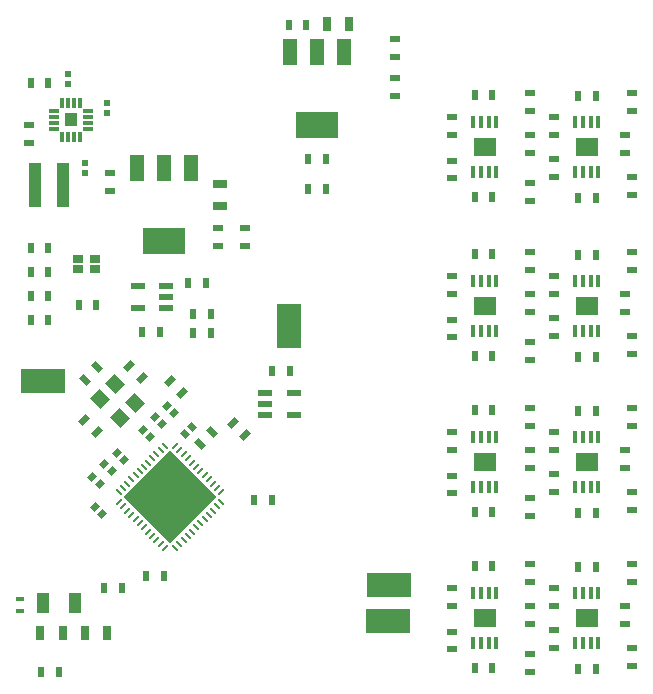
<source format=gtp>
G04*
G04 #@! TF.GenerationSoftware,Altium Limited,Altium Designer,19.1.9 (167)*
G04*
G04 Layer_Color=11511158*
%FSLAX25Y25*%
%MOIN*%
G70*
G01*
G75*
%ADD19R,0.03543X0.01968*%
%ADD20R,0.01968X0.03543*%
%ADD21R,0.03000X0.01800*%
%ADD22R,0.02756X0.05118*%
%ADD23R,0.04488X0.07008*%
%ADD24R,0.01500X0.04400*%
%ADD25R,0.14173X0.08661*%
%ADD26R,0.04800X0.08800*%
G04:AMPARAMS|DCode=27|XSize=23.23mil|YSize=24.8mil|CornerRadius=0mil|HoleSize=0mil|Usage=FLASHONLY|Rotation=135.000|XOffset=0mil|YOffset=0mil|HoleType=Round|Shape=Rectangle|*
%AMROTATEDRECTD27*
4,1,4,0.01698,0.00056,-0.00056,-0.01698,-0.01698,-0.00056,0.00056,0.01698,0.01698,0.00056,0.0*
%
%ADD27ROTATEDRECTD27*%

G04:AMPARAMS|DCode=28|XSize=23.23mil|YSize=24.8mil|CornerRadius=0mil|HoleSize=0mil|Usage=FLASHONLY|Rotation=45.000|XOffset=0mil|YOffset=0mil|HoleType=Round|Shape=Rectangle|*
%AMROTATEDRECTD28*
4,1,4,0.00056,-0.01698,-0.01698,0.00056,-0.00056,0.01698,0.01698,-0.00056,0.00056,-0.01698,0.0*
%
%ADD28ROTATEDRECTD28*%

G04:AMPARAMS|DCode=29|XSize=19.68mil|YSize=35.43mil|CornerRadius=0mil|HoleSize=0mil|Usage=FLASHONLY|Rotation=45.000|XOffset=0mil|YOffset=0mil|HoleType=Round|Shape=Rectangle|*
%AMROTATEDRECTD29*
4,1,4,0.00557,-0.01949,-0.01949,0.00557,-0.00557,0.01949,0.01949,-0.00557,0.00557,-0.01949,0.0*
%
%ADD29ROTATEDRECTD29*%

G04:AMPARAMS|DCode=30|XSize=19.68mil|YSize=35.43mil|CornerRadius=0mil|HoleSize=0mil|Usage=FLASHONLY|Rotation=315.000|XOffset=0mil|YOffset=0mil|HoleType=Round|Shape=Rectangle|*
%AMROTATEDRECTD30*
4,1,4,-0.01949,-0.00557,0.00557,0.01949,0.01949,0.00557,-0.00557,-0.01949,-0.01949,-0.00557,0.0*
%
%ADD30ROTATEDRECTD30*%

%ADD31R,0.05000X0.02100*%
%ADD32R,0.03347X0.02559*%
G04:AMPARAMS|DCode=33|XSize=33.86mil|YSize=10.24mil|CornerRadius=1.28mil|HoleSize=0mil|Usage=FLASHONLY|Rotation=180.000|XOffset=0mil|YOffset=0mil|HoleType=Round|Shape=RoundedRectangle|*
%AMROUNDEDRECTD33*
21,1,0.03386,0.00768,0,0,180.0*
21,1,0.03130,0.01024,0,0,180.0*
1,1,0.00256,-0.01565,0.00384*
1,1,0.00256,0.01565,0.00384*
1,1,0.00256,0.01565,-0.00384*
1,1,0.00256,-0.01565,-0.00384*
%
%ADD33ROUNDEDRECTD33*%
G04:AMPARAMS|DCode=34|XSize=33.86mil|YSize=10.24mil|CornerRadius=1.28mil|HoleSize=0mil|Usage=FLASHONLY|Rotation=90.000|XOffset=0mil|YOffset=0mil|HoleType=Round|Shape=RoundedRectangle|*
%AMROUNDEDRECTD34*
21,1,0.03386,0.00768,0,0,90.0*
21,1,0.03130,0.01024,0,0,90.0*
1,1,0.00256,0.00384,0.01565*
1,1,0.00256,0.00384,-0.01565*
1,1,0.00256,-0.00384,-0.01565*
1,1,0.00256,-0.00384,0.01565*
%
%ADD34ROUNDEDRECTD34*%
%ADD35R,0.03858X0.14567*%
%ADD36R,0.15000X0.08000*%
%ADD37P,0.31180X4X270.0*%
G04:AMPARAMS|DCode=38|XSize=6mil|YSize=29.53mil|CornerRadius=0mil|HoleSize=0mil|Usage=FLASHONLY|Rotation=225.000|XOffset=0mil|YOffset=0mil|HoleType=Round|Shape=Round|*
%AMOVALD38*
21,1,0.02353,0.00600,0.00000,0.00000,315.0*
1,1,0.00600,-0.00832,0.00832*
1,1,0.00600,0.00832,-0.00832*
%
%ADD38OVALD38*%

G04:AMPARAMS|DCode=39|XSize=6mil|YSize=29.53mil|CornerRadius=0mil|HoleSize=0mil|Usage=FLASHONLY|Rotation=315.000|XOffset=0mil|YOffset=0mil|HoleType=Round|Shape=Round|*
%AMOVALD39*
21,1,0.02353,0.00600,0.00000,0.00000,45.0*
1,1,0.00600,-0.00832,-0.00832*
1,1,0.00600,0.00832,0.00832*
%
%ADD39OVALD39*%

G04:AMPARAMS|DCode=40|XSize=51.18mil|YSize=43.31mil|CornerRadius=0mil|HoleSize=0mil|Usage=FLASHONLY|Rotation=135.000|XOffset=0mil|YOffset=0mil|HoleType=Round|Shape=Rectangle|*
%AMROTATEDRECTD40*
4,1,4,0.03341,-0.00278,0.00278,-0.03341,-0.03341,0.00278,-0.00278,0.03341,0.03341,-0.00278,0.0*
%
%ADD40ROTATEDRECTD40*%

%ADD41R,0.08000X0.15000*%
%ADD42R,0.02480X0.02323*%
%ADD43R,0.05118X0.02756*%
G36*
X53071Y213059D02*
X48898D01*
Y217233D01*
X53071D01*
Y213059D01*
D02*
G37*
G36*
X226673Y202909D02*
X219232D01*
Y209090D01*
X226673D01*
Y202909D01*
D02*
G37*
G36*
X192673D02*
X185232D01*
Y209090D01*
X192673D01*
Y202909D01*
D02*
G37*
G36*
X226673Y149909D02*
X219232D01*
Y156091D01*
X226673D01*
Y149909D01*
D02*
G37*
G36*
X192673D02*
X185232D01*
Y156091D01*
X192673D01*
Y149909D01*
D02*
G37*
G36*
X226673Y97909D02*
X219232D01*
Y104091D01*
X226673D01*
Y97909D01*
D02*
G37*
G36*
X192673D02*
X185232D01*
Y104091D01*
X192673D01*
Y97909D01*
D02*
G37*
G36*
X226673Y45909D02*
X219232D01*
Y52091D01*
X226673D01*
Y45909D01*
D02*
G37*
G36*
X192673D02*
X185232D01*
Y52091D01*
X192673D01*
Y45909D01*
D02*
G37*
D19*
X159000Y228953D02*
D03*
Y223047D02*
D03*
X235500Y47047D02*
D03*
Y52953D02*
D03*
X211953Y39047D02*
D03*
Y44953D02*
D03*
X204100Y52953D02*
D03*
Y47047D02*
D03*
X178000Y38594D02*
D03*
Y44500D02*
D03*
X177953Y59000D02*
D03*
Y53094D02*
D03*
X237953Y66953D02*
D03*
Y61047D02*
D03*
Y33094D02*
D03*
Y39000D02*
D03*
X203953Y61047D02*
D03*
Y66953D02*
D03*
Y37000D02*
D03*
Y31094D02*
D03*
X235500Y99047D02*
D03*
Y104953D02*
D03*
X211953Y91047D02*
D03*
Y96953D02*
D03*
X204100Y104953D02*
D03*
Y99047D02*
D03*
X178000Y90594D02*
D03*
Y96500D02*
D03*
X177953Y111000D02*
D03*
Y105094D02*
D03*
X237953Y118953D02*
D03*
Y113047D02*
D03*
Y85094D02*
D03*
Y91000D02*
D03*
X203953Y113047D02*
D03*
Y118953D02*
D03*
Y89000D02*
D03*
Y83094D02*
D03*
X235500Y209953D02*
D03*
Y204047D02*
D03*
X211953Y201953D02*
D03*
Y196047D02*
D03*
X204100Y209953D02*
D03*
Y204047D02*
D03*
X178000Y195594D02*
D03*
Y201500D02*
D03*
X177953Y216000D02*
D03*
Y210094D02*
D03*
X237953Y223953D02*
D03*
Y218047D02*
D03*
Y190094D02*
D03*
Y196000D02*
D03*
X203953Y218047D02*
D03*
Y223953D02*
D03*
Y194000D02*
D03*
Y188094D02*
D03*
X203953Y141000D02*
D03*
Y135094D02*
D03*
Y165047D02*
D03*
Y170953D02*
D03*
X237953Y137094D02*
D03*
Y143000D02*
D03*
Y170953D02*
D03*
Y165047D02*
D03*
X177953Y163000D02*
D03*
Y157094D02*
D03*
X178000Y142594D02*
D03*
Y148500D02*
D03*
X204100Y156953D02*
D03*
Y151047D02*
D03*
X211953Y143047D02*
D03*
Y148953D02*
D03*
X235500Y151047D02*
D03*
Y156953D02*
D03*
X100000Y178953D02*
D03*
Y173047D02*
D03*
X109000D02*
D03*
Y178953D02*
D03*
X211953Y53000D02*
D03*
Y58906D02*
D03*
Y105000D02*
D03*
Y110906D02*
D03*
Y215906D02*
D03*
Y210000D02*
D03*
Y157000D02*
D03*
Y162906D02*
D03*
X159000Y241953D02*
D03*
Y236047D02*
D03*
X37000Y213406D02*
D03*
Y207501D02*
D03*
X64000Y191547D02*
D03*
Y197453D02*
D03*
D20*
X41047Y31000D02*
D03*
X46953D02*
D03*
X220047Y32000D02*
D03*
X225953D02*
D03*
X185547Y66400D02*
D03*
X191453D02*
D03*
X185547Y32500D02*
D03*
X191453D02*
D03*
X220047Y84000D02*
D03*
X225953D02*
D03*
X185547Y118400D02*
D03*
X191453D02*
D03*
X185547Y84500D02*
D03*
X191453D02*
D03*
X185547Y223400D02*
D03*
X191453D02*
D03*
X185547Y189500D02*
D03*
X191453D02*
D03*
X185547Y136500D02*
D03*
X191453D02*
D03*
X185547Y170400D02*
D03*
X191453D02*
D03*
X220047Y136000D02*
D03*
X225953D02*
D03*
X220047Y189000D02*
D03*
X225953D02*
D03*
X123953Y131500D02*
D03*
X118047D02*
D03*
X91701Y144000D02*
D03*
X97606D02*
D03*
X96008Y160661D02*
D03*
X90102D02*
D03*
X67953Y59000D02*
D03*
X62047D02*
D03*
X43453Y148500D02*
D03*
X37547D02*
D03*
X37547Y164500D02*
D03*
X43453D02*
D03*
X37547Y156500D02*
D03*
X43453D02*
D03*
X37547Y172500D02*
D03*
X43453D02*
D03*
X117953Y88500D02*
D03*
X112047D02*
D03*
X91701Y150500D02*
D03*
X97606D02*
D03*
X76047Y63000D02*
D03*
X81953D02*
D03*
X225953Y66000D02*
D03*
X220047D02*
D03*
X225953Y118000D02*
D03*
X220047D02*
D03*
X225953Y223000D02*
D03*
X220047D02*
D03*
X225953Y170000D02*
D03*
X220047D02*
D03*
X59453Y153500D02*
D03*
X53547D02*
D03*
X135953Y202000D02*
D03*
X130047D02*
D03*
Y192000D02*
D03*
X135953D02*
D03*
X74594Y144500D02*
D03*
X80500D02*
D03*
X37547Y227500D02*
D03*
X43453D02*
D03*
X129453Y246600D02*
D03*
X123547D02*
D03*
D21*
X34000Y55400D02*
D03*
Y51500D02*
D03*
D22*
X55520Y44000D02*
D03*
X63000D02*
D03*
X48240D02*
D03*
X40760D02*
D03*
X143740Y247000D02*
D03*
X136260D02*
D03*
D23*
X52236Y54000D02*
D03*
X41764D02*
D03*
D24*
X226791Y40650D02*
D03*
X224232D02*
D03*
X221673D02*
D03*
X219114D02*
D03*
Y57350D02*
D03*
X221673D02*
D03*
X224232D02*
D03*
X226791D02*
D03*
X192791Y40650D02*
D03*
X190232D02*
D03*
X187673D02*
D03*
X185114D02*
D03*
Y57350D02*
D03*
X187673D02*
D03*
X190232D02*
D03*
X192791D02*
D03*
X226791Y92650D02*
D03*
X224232D02*
D03*
X221673D02*
D03*
X219114D02*
D03*
Y109350D02*
D03*
X221673D02*
D03*
X224232D02*
D03*
X226791D02*
D03*
X192791Y92650D02*
D03*
X190232D02*
D03*
X187673D02*
D03*
X185114D02*
D03*
Y109350D02*
D03*
X187673D02*
D03*
X190232D02*
D03*
X192791D02*
D03*
X226791Y197650D02*
D03*
X224232D02*
D03*
X221673D02*
D03*
X219114D02*
D03*
Y214350D02*
D03*
X221673D02*
D03*
X224232D02*
D03*
X226791D02*
D03*
X192791Y197650D02*
D03*
X190232D02*
D03*
X187673D02*
D03*
X185114D02*
D03*
Y214350D02*
D03*
X187673D02*
D03*
X190232D02*
D03*
X192791D02*
D03*
X192791Y144650D02*
D03*
X190232D02*
D03*
X187673D02*
D03*
X185114D02*
D03*
Y161350D02*
D03*
X187673D02*
D03*
X190232D02*
D03*
X192791D02*
D03*
X226791Y144650D02*
D03*
X224232D02*
D03*
X221673D02*
D03*
X219114D02*
D03*
Y161350D02*
D03*
X221673D02*
D03*
X224232D02*
D03*
X226791D02*
D03*
D25*
X133000Y213299D02*
D03*
X82000Y174799D02*
D03*
D26*
X123900Y237700D02*
D03*
X133000D02*
D03*
X142100D02*
D03*
X91100Y199200D02*
D03*
X82000D02*
D03*
X72900D02*
D03*
D27*
X68569Y101731D02*
D03*
X66231Y104069D02*
D03*
X79131Y115969D02*
D03*
X81469Y113631D02*
D03*
X82831Y119669D02*
D03*
X85169Y117331D02*
D03*
X61169Y83831D02*
D03*
X58831Y86169D02*
D03*
X60485Y93715D02*
D03*
X58147Y96053D02*
D03*
X64485Y97915D02*
D03*
X62147Y100253D02*
D03*
X74831Y111669D02*
D03*
X77169Y109331D02*
D03*
D28*
X88831Y110331D02*
D03*
X91169Y112669D02*
D03*
D29*
X93912Y106912D02*
D03*
X98088Y111088D02*
D03*
X55500Y128500D02*
D03*
X59676Y132676D02*
D03*
D30*
X104912Y114088D02*
D03*
X109088Y109912D02*
D03*
X88088Y123912D02*
D03*
X83912Y128088D02*
D03*
X74588Y128912D02*
D03*
X70412Y133088D02*
D03*
X59588Y110912D02*
D03*
X55412Y115088D02*
D03*
D31*
X125300Y124200D02*
D03*
Y116800D02*
D03*
X115700D02*
D03*
Y120500D02*
D03*
Y124200D02*
D03*
X73200Y152300D02*
D03*
Y159700D02*
D03*
X82800D02*
D03*
Y156000D02*
D03*
Y152300D02*
D03*
D32*
X53196Y165404D02*
D03*
X58904D02*
D03*
X53196Y168751D02*
D03*
X58904D02*
D03*
D33*
X56634Y212193D02*
D03*
Y214162D02*
D03*
Y216130D02*
D03*
Y218099D02*
D03*
X45335D02*
D03*
Y216130D02*
D03*
Y214162D02*
D03*
Y212193D02*
D03*
D34*
X48031Y209496D02*
D03*
X50000D02*
D03*
X51968D02*
D03*
X53937D02*
D03*
Y220796D02*
D03*
X51968D02*
D03*
X50000D02*
D03*
X48031D02*
D03*
D35*
X48165Y193500D02*
D03*
X38835D02*
D03*
D36*
X157000Y60000D02*
D03*
X156500Y48000D02*
D03*
X41500Y128000D02*
D03*
D37*
X84000Y89350D02*
D03*
D38*
X101051Y87610D02*
D03*
X99659Y86218D02*
D03*
X98267Y84826D02*
D03*
X96875Y83434D02*
D03*
X95484Y82042D02*
D03*
X94092Y80650D02*
D03*
X92700Y79258D02*
D03*
X91308Y77866D02*
D03*
X89916Y76475D02*
D03*
X88524Y75083D02*
D03*
X87132Y73691D02*
D03*
X85740Y72299D02*
D03*
X66949Y91090D02*
D03*
X68341Y92482D02*
D03*
X69733Y93874D02*
D03*
X71125Y95266D02*
D03*
X72516Y96658D02*
D03*
X73908Y98050D02*
D03*
X75300Y99442D02*
D03*
X76692Y100834D02*
D03*
X78084Y102225D02*
D03*
X79476Y103617D02*
D03*
X80868Y105009D02*
D03*
X82260Y106401D02*
D03*
D39*
Y72299D02*
D03*
X80868Y73691D02*
D03*
X79476Y75083D02*
D03*
X78084Y76475D02*
D03*
X76692Y77866D02*
D03*
X75300Y79258D02*
D03*
X73908Y80650D02*
D03*
X72516Y82042D02*
D03*
X71125Y83434D02*
D03*
X69733Y84826D02*
D03*
X68341Y86218D02*
D03*
X66949Y87610D02*
D03*
X85740Y106401D02*
D03*
X87132Y105009D02*
D03*
X88524Y103617D02*
D03*
X89916Y102225D02*
D03*
X91308Y100834D02*
D03*
X92700Y99442D02*
D03*
X94092Y98050D02*
D03*
X95484Y96658D02*
D03*
X96875Y95266D02*
D03*
X98267Y93874D02*
D03*
X99659Y92482D02*
D03*
X101051Y91090D02*
D03*
D40*
X72207Y120804D02*
D03*
X65804Y127207D02*
D03*
X60793Y122196D02*
D03*
X67196Y115793D02*
D03*
D41*
X123500Y146500D02*
D03*
D42*
X55634Y200847D02*
D03*
Y197540D02*
D03*
X63000Y220654D02*
D03*
Y217347D02*
D03*
X50000Y227000D02*
D03*
Y230307D02*
D03*
D43*
X100500Y193740D02*
D03*
Y186260D02*
D03*
M02*

</source>
